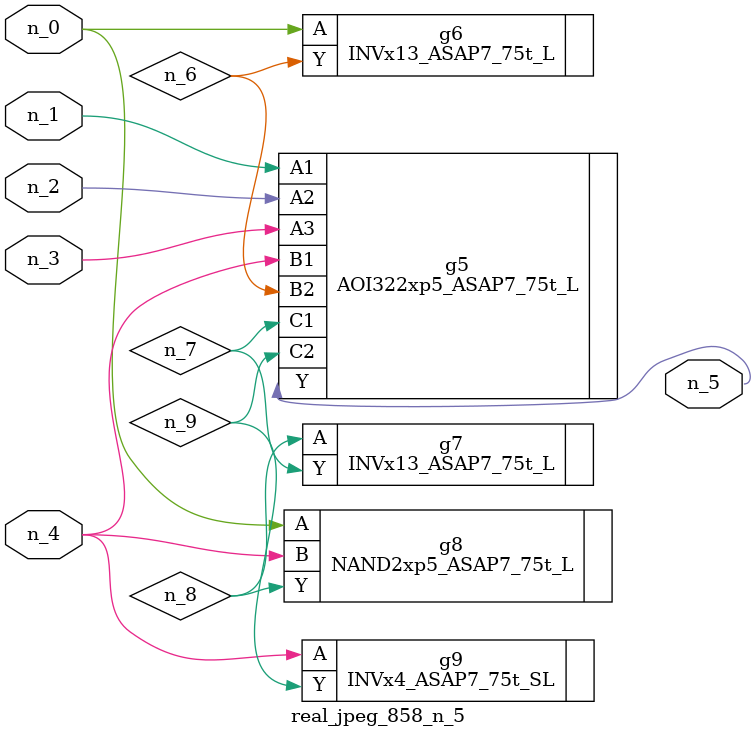
<source format=v>
module real_jpeg_858_n_5 (n_4, n_0, n_1, n_2, n_3, n_5);

input n_4;
input n_0;
input n_1;
input n_2;
input n_3;

output n_5;

wire n_8;
wire n_6;
wire n_7;
wire n_9;

INVx13_ASAP7_75t_L g6 ( 
.A(n_0),
.Y(n_6)
);

NAND2xp5_ASAP7_75t_L g8 ( 
.A(n_0),
.B(n_4),
.Y(n_8)
);

AOI322xp5_ASAP7_75t_L g5 ( 
.A1(n_1),
.A2(n_2),
.A3(n_3),
.B1(n_4),
.B2(n_6),
.C1(n_7),
.C2(n_9),
.Y(n_5)
);

INVx4_ASAP7_75t_SL g9 ( 
.A(n_4),
.Y(n_9)
);

INVx13_ASAP7_75t_L g7 ( 
.A(n_8),
.Y(n_7)
);


endmodule
</source>
